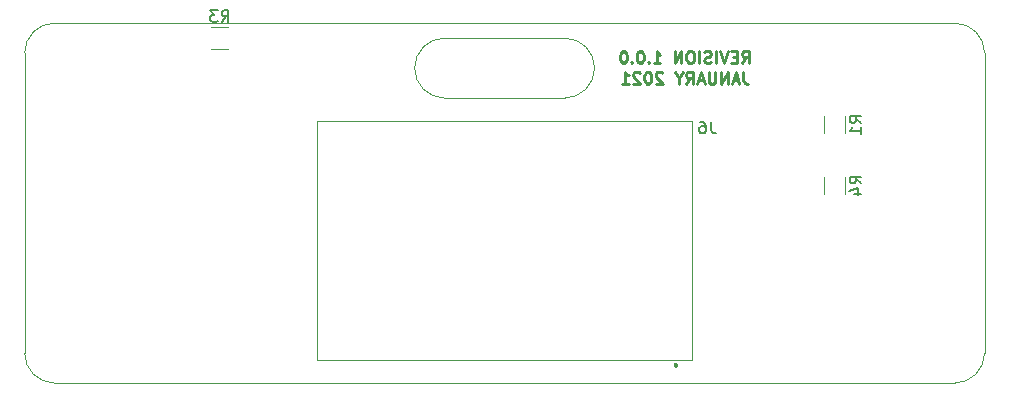
<source format=gbr>
%TF.GenerationSoftware,KiCad,Pcbnew,5.1.9+dfsg1-1*%
%TF.CreationDate,2021-01-24T22:19:11-06:00*%
%TF.ProjectId,driver,64726976-6572-42e6-9b69-6361645f7063,1.0.0*%
%TF.SameCoordinates,Original*%
%TF.FileFunction,Legend,Bot*%
%TF.FilePolarity,Positive*%
%FSLAX46Y46*%
G04 Gerber Fmt 4.6, Leading zero omitted, Abs format (unit mm)*
G04 Created by KiCad (PCBNEW 5.1.9+dfsg1-1) date 2021-01-24 22:19:11*
%MOMM*%
%LPD*%
G01*
G04 APERTURE LIST*
%TA.AperFunction,Profile*%
%ADD10C,0.100000*%
%TD*%
%ADD11C,0.250000*%
%ADD12C,0.120000*%
%ADD13C,0.100000*%
%ADD14C,0.300000*%
%ADD15C,0.150000*%
G04 APERTURE END LIST*
D10*
X121920000Y-85090000D02*
G75*
G02*
X119380000Y-82550000I0J2540000D01*
G01*
X165100000Y-78740000D02*
X88900000Y-78740000D01*
X119380000Y-82550000D02*
G75*
G02*
X121920000Y-80010000I2540000J0D01*
G01*
X132080000Y-80010000D02*
G75*
G02*
X134620000Y-82550000I0J-2540000D01*
G01*
X134620000Y-82550000D02*
G75*
G02*
X132080000Y-85090000I-2540000J0D01*
G01*
X132080000Y-80010000D02*
X121920000Y-80010000D01*
X132080000Y-85090000D02*
X121920000Y-85090000D01*
X165100000Y-109220000D02*
X88900000Y-109220000D01*
X86360000Y-81280000D02*
X86360000Y-106680000D01*
X167640000Y-106680000D02*
X167640000Y-81280000D01*
X86360000Y-81280000D02*
G75*
G02*
X88900000Y-78740000I2540000J0D01*
G01*
X88900000Y-109220000D02*
G75*
G02*
X86360000Y-106680000I0J2540000D01*
G01*
X167640000Y-106680000D02*
G75*
G02*
X165100000Y-109220000I-2540000J0D01*
G01*
X165100000Y-78740000D02*
G75*
G02*
X167640000Y-81280000I0J-2540000D01*
G01*
D11*
X147097142Y-82127380D02*
X147430476Y-81651190D01*
X147668571Y-82127380D02*
X147668571Y-81127380D01*
X147287619Y-81127380D01*
X147192380Y-81175000D01*
X147144761Y-81222619D01*
X147097142Y-81317857D01*
X147097142Y-81460714D01*
X147144761Y-81555952D01*
X147192380Y-81603571D01*
X147287619Y-81651190D01*
X147668571Y-81651190D01*
X146668571Y-81603571D02*
X146335238Y-81603571D01*
X146192380Y-82127380D02*
X146668571Y-82127380D01*
X146668571Y-81127380D01*
X146192380Y-81127380D01*
X145906666Y-81127380D02*
X145573333Y-82127380D01*
X145240000Y-81127380D01*
X144906666Y-82127380D02*
X144906666Y-81127380D01*
X144478095Y-82079761D02*
X144335238Y-82127380D01*
X144097142Y-82127380D01*
X144001904Y-82079761D01*
X143954285Y-82032142D01*
X143906666Y-81936904D01*
X143906666Y-81841666D01*
X143954285Y-81746428D01*
X144001904Y-81698809D01*
X144097142Y-81651190D01*
X144287619Y-81603571D01*
X144382857Y-81555952D01*
X144430476Y-81508333D01*
X144478095Y-81413095D01*
X144478095Y-81317857D01*
X144430476Y-81222619D01*
X144382857Y-81175000D01*
X144287619Y-81127380D01*
X144049523Y-81127380D01*
X143906666Y-81175000D01*
X143478095Y-82127380D02*
X143478095Y-81127380D01*
X142811428Y-81127380D02*
X142620952Y-81127380D01*
X142525714Y-81175000D01*
X142430476Y-81270238D01*
X142382857Y-81460714D01*
X142382857Y-81794047D01*
X142430476Y-81984523D01*
X142525714Y-82079761D01*
X142620952Y-82127380D01*
X142811428Y-82127380D01*
X142906666Y-82079761D01*
X143001904Y-81984523D01*
X143049523Y-81794047D01*
X143049523Y-81460714D01*
X143001904Y-81270238D01*
X142906666Y-81175000D01*
X142811428Y-81127380D01*
X141954285Y-82127380D02*
X141954285Y-81127380D01*
X141382857Y-82127380D01*
X141382857Y-81127380D01*
X139620952Y-82127380D02*
X140192380Y-82127380D01*
X139906666Y-82127380D02*
X139906666Y-81127380D01*
X140001904Y-81270238D01*
X140097142Y-81365476D01*
X140192380Y-81413095D01*
X139192380Y-82032142D02*
X139144761Y-82079761D01*
X139192380Y-82127380D01*
X139240000Y-82079761D01*
X139192380Y-82032142D01*
X139192380Y-82127380D01*
X138525714Y-81127380D02*
X138430476Y-81127380D01*
X138335238Y-81175000D01*
X138287619Y-81222619D01*
X138240000Y-81317857D01*
X138192380Y-81508333D01*
X138192380Y-81746428D01*
X138240000Y-81936904D01*
X138287619Y-82032142D01*
X138335238Y-82079761D01*
X138430476Y-82127380D01*
X138525714Y-82127380D01*
X138620952Y-82079761D01*
X138668571Y-82032142D01*
X138716190Y-81936904D01*
X138763809Y-81746428D01*
X138763809Y-81508333D01*
X138716190Y-81317857D01*
X138668571Y-81222619D01*
X138620952Y-81175000D01*
X138525714Y-81127380D01*
X137763809Y-82032142D02*
X137716190Y-82079761D01*
X137763809Y-82127380D01*
X137811428Y-82079761D01*
X137763809Y-82032142D01*
X137763809Y-82127380D01*
X137097142Y-81127380D02*
X137001904Y-81127380D01*
X136906666Y-81175000D01*
X136859047Y-81222619D01*
X136811428Y-81317857D01*
X136763809Y-81508333D01*
X136763809Y-81746428D01*
X136811428Y-81936904D01*
X136859047Y-82032142D01*
X136906666Y-82079761D01*
X137001904Y-82127380D01*
X137097142Y-82127380D01*
X137192380Y-82079761D01*
X137240000Y-82032142D01*
X137287619Y-81936904D01*
X137335238Y-81746428D01*
X137335238Y-81508333D01*
X137287619Y-81317857D01*
X137240000Y-81222619D01*
X137192380Y-81175000D01*
X137097142Y-81127380D01*
X147216190Y-82877380D02*
X147216190Y-83591666D01*
X147263809Y-83734523D01*
X147359047Y-83829761D01*
X147501904Y-83877380D01*
X147597142Y-83877380D01*
X146787619Y-83591666D02*
X146311428Y-83591666D01*
X146882857Y-83877380D02*
X146549523Y-82877380D01*
X146216190Y-83877380D01*
X145882857Y-83877380D02*
X145882857Y-82877380D01*
X145311428Y-83877380D01*
X145311428Y-82877380D01*
X144835238Y-82877380D02*
X144835238Y-83686904D01*
X144787619Y-83782142D01*
X144740000Y-83829761D01*
X144644761Y-83877380D01*
X144454285Y-83877380D01*
X144359047Y-83829761D01*
X144311428Y-83782142D01*
X144263809Y-83686904D01*
X144263809Y-82877380D01*
X143835238Y-83591666D02*
X143359047Y-83591666D01*
X143930476Y-83877380D02*
X143597142Y-82877380D01*
X143263809Y-83877380D01*
X142359047Y-83877380D02*
X142692380Y-83401190D01*
X142930476Y-83877380D02*
X142930476Y-82877380D01*
X142549523Y-82877380D01*
X142454285Y-82925000D01*
X142406666Y-82972619D01*
X142359047Y-83067857D01*
X142359047Y-83210714D01*
X142406666Y-83305952D01*
X142454285Y-83353571D01*
X142549523Y-83401190D01*
X142930476Y-83401190D01*
X141740000Y-83401190D02*
X141740000Y-83877380D01*
X142073333Y-82877380D02*
X141740000Y-83401190D01*
X141406666Y-82877380D01*
X140359047Y-82972619D02*
X140311428Y-82925000D01*
X140216190Y-82877380D01*
X139978095Y-82877380D01*
X139882857Y-82925000D01*
X139835238Y-82972619D01*
X139787619Y-83067857D01*
X139787619Y-83163095D01*
X139835238Y-83305952D01*
X140406666Y-83877380D01*
X139787619Y-83877380D01*
X139168571Y-82877380D02*
X139073333Y-82877380D01*
X138978095Y-82925000D01*
X138930476Y-82972619D01*
X138882857Y-83067857D01*
X138835238Y-83258333D01*
X138835238Y-83496428D01*
X138882857Y-83686904D01*
X138930476Y-83782142D01*
X138978095Y-83829761D01*
X139073333Y-83877380D01*
X139168571Y-83877380D01*
X139263809Y-83829761D01*
X139311428Y-83782142D01*
X139359047Y-83686904D01*
X139406666Y-83496428D01*
X139406666Y-83258333D01*
X139359047Y-83067857D01*
X139311428Y-82972619D01*
X139263809Y-82925000D01*
X139168571Y-82877380D01*
X138454285Y-82972619D02*
X138406666Y-82925000D01*
X138311428Y-82877380D01*
X138073333Y-82877380D01*
X137978095Y-82925000D01*
X137930476Y-82972619D01*
X137882857Y-83067857D01*
X137882857Y-83163095D01*
X137930476Y-83305952D01*
X138501904Y-83877380D01*
X137882857Y-83877380D01*
X136930476Y-83877380D02*
X137501904Y-83877380D01*
X137216190Y-83877380D02*
X137216190Y-82877380D01*
X137311428Y-83020238D01*
X137406666Y-83115476D01*
X137501904Y-83163095D01*
D12*
%TO.C,R4*%
X154030000Y-93209064D02*
X154030000Y-91754936D01*
X155850000Y-93209064D02*
X155850000Y-91754936D01*
%TO.C,R3*%
X103597064Y-80920000D02*
X102142936Y-80920000D01*
X103597064Y-79100000D02*
X102142936Y-79100000D01*
%TO.C,R1*%
X154030000Y-88077064D02*
X154030000Y-86622936D01*
X155850000Y-88077064D02*
X155850000Y-86622936D01*
D13*
%TO.C,J6*%
X142900000Y-107305000D02*
X142900000Y-87005000D01*
X142900000Y-87005000D02*
X111100000Y-87005000D01*
X111100000Y-87005000D02*
X111100000Y-107305000D01*
X111100000Y-107305000D02*
X142900000Y-107305000D01*
D14*
X141500000Y-107655000D02*
X141500000Y-107655000D01*
X141500000Y-107755000D02*
X141500000Y-107755000D01*
X141500000Y-107655000D02*
G75*
G03*
X141500000Y-107755000I0J-50000D01*
G01*
X141500000Y-107755000D02*
G75*
G03*
X141500000Y-107655000I0J50000D01*
G01*
%TD*%
%TO.C,R4*%
D15*
X157212380Y-92315333D02*
X156736190Y-91982000D01*
X157212380Y-91743904D02*
X156212380Y-91743904D01*
X156212380Y-92124857D01*
X156260000Y-92220095D01*
X156307619Y-92267714D01*
X156402857Y-92315333D01*
X156545714Y-92315333D01*
X156640952Y-92267714D01*
X156688571Y-92220095D01*
X156736190Y-92124857D01*
X156736190Y-91743904D01*
X156545714Y-93172476D02*
X157212380Y-93172476D01*
X156164761Y-92934380D02*
X156879047Y-92696285D01*
X156879047Y-93315333D01*
%TO.C,R3*%
X103036666Y-78642380D02*
X103370000Y-78166190D01*
X103608095Y-78642380D02*
X103608095Y-77642380D01*
X103227142Y-77642380D01*
X103131904Y-77690000D01*
X103084285Y-77737619D01*
X103036666Y-77832857D01*
X103036666Y-77975714D01*
X103084285Y-78070952D01*
X103131904Y-78118571D01*
X103227142Y-78166190D01*
X103608095Y-78166190D01*
X102703333Y-77642380D02*
X102084285Y-77642380D01*
X102417619Y-78023333D01*
X102274761Y-78023333D01*
X102179523Y-78070952D01*
X102131904Y-78118571D01*
X102084285Y-78213809D01*
X102084285Y-78451904D01*
X102131904Y-78547142D01*
X102179523Y-78594761D01*
X102274761Y-78642380D01*
X102560476Y-78642380D01*
X102655714Y-78594761D01*
X102703333Y-78547142D01*
%TO.C,R1*%
X157212380Y-87183333D02*
X156736190Y-86850000D01*
X157212380Y-86611904D02*
X156212380Y-86611904D01*
X156212380Y-86992857D01*
X156260000Y-87088095D01*
X156307619Y-87135714D01*
X156402857Y-87183333D01*
X156545714Y-87183333D01*
X156640952Y-87135714D01*
X156688571Y-87088095D01*
X156736190Y-86992857D01*
X156736190Y-86611904D01*
X157212380Y-88135714D02*
X157212380Y-87564285D01*
X157212380Y-87850000D02*
X156212380Y-87850000D01*
X156355238Y-87754761D01*
X156450476Y-87659523D01*
X156498095Y-87564285D01*
%TO.C,J6*%
X144478333Y-87082380D02*
X144478333Y-87796666D01*
X144525952Y-87939523D01*
X144621190Y-88034761D01*
X144764047Y-88082380D01*
X144859285Y-88082380D01*
X143573571Y-87082380D02*
X143764047Y-87082380D01*
X143859285Y-87130000D01*
X143906904Y-87177619D01*
X144002142Y-87320476D01*
X144049761Y-87510952D01*
X144049761Y-87891904D01*
X144002142Y-87987142D01*
X143954523Y-88034761D01*
X143859285Y-88082380D01*
X143668809Y-88082380D01*
X143573571Y-88034761D01*
X143525952Y-87987142D01*
X143478333Y-87891904D01*
X143478333Y-87653809D01*
X143525952Y-87558571D01*
X143573571Y-87510952D01*
X143668809Y-87463333D01*
X143859285Y-87463333D01*
X143954523Y-87510952D01*
X144002142Y-87558571D01*
X144049761Y-87653809D01*
%TD*%
M02*

</source>
